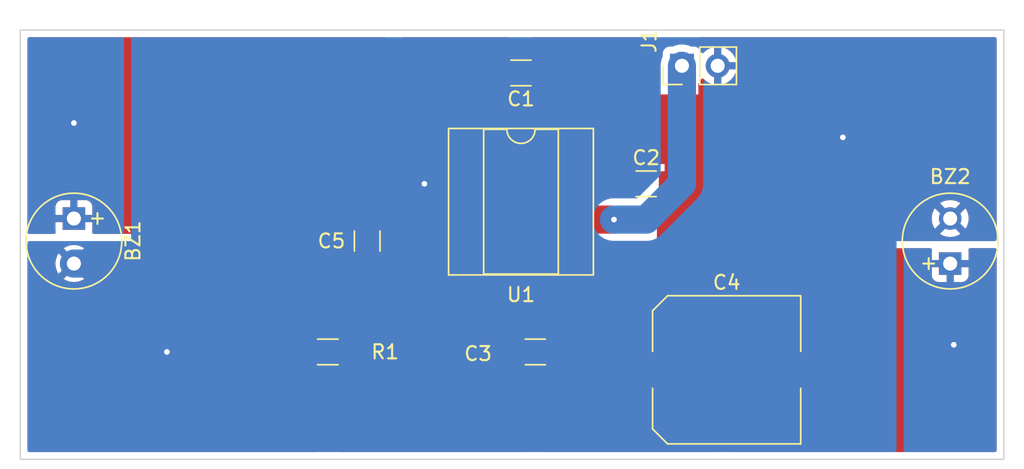
<source format=kicad_pcb>
(kicad_pcb (version 20211014) (generator pcbnew)
  (layers (0 "F.Cu" signal) (31 "B.Cu" signal) (34 "B.Paste" user) (35 "F.Paste" user) (36 "B.SilkS" user "B.Silkscreen") (37 "F.SilkS" user "F.Silkscreen") (38 "B.Mask" user) (39 "F.Mask" user) (44 "Edge.Cuts" user))
  (net 0 "")
  (net 1 "Net-(BZ1-Pad1)")
  (net 2 "GND")
  (net 3 "Net-(BZ2-Pad1)")
  (net 4 "Net-(C2-Pad1)")
  (net 5 "Net-(C3-Pad1)")
  (net 6 "Net-(C3-Pad2)")
  (net 7 "+5V")
  (net 8 "Net-(C1-Pad1)")
  (net 9 "Net-(C1-Pad2)")
  (footprint "Capacitor_SMD:C_1206_3216Metric_Pad1.33x1.80mm_HandSolder" (layer "F.Cu") (at 137.16 53.848 180)
    (fp_text reference "C1" (at 0 -1.85 180) (layer "F.SilkS"))
    (fp_text value "10uF")
    (fp_line (start -0.711252 -0.91) (end 0.711252 -0.91) (layer "F.SilkS") (width 0.12))
    (fp_line (start -0.711252 0.91) (end 0.711252 0.91) (layer "F.SilkS") (width 0.12))
    (pad "1" smd roundrect (at -1.5625 0 180) (size 1.325 1.8) (layers "F.Cu" "F.Paste" "F.Mask") (roundrect_rratio 0.188679) (net 8 "Net-(C1-Pad1)"))
    (pad "2" smd roundrect (at 1.5625 0 180) (size 1.325 1.8) (layers "F.Cu" "F.Paste" "F.Mask") (roundrect_rratio 0.188679) (net 9 "Net-(C1-Pad2)"))
  )
  (footprint "Connector_PinHeader_2.54mm:PinHeader_1x02_P2.54mm_Vertical" (layer "F.Cu") (at 148.59 53.34 90)
    (fp_text reference "J1" (at 1.778 -2.33 90) (layer "F.SilkS"))
    (fp_text value "Conn_01x02")
    (fp_line (start -1.33 0) (end -1.33 -1.33) (layer "F.SilkS") (width 0.12))
    (fp_line (start -1.33 1.27) (end 1.33 1.27) (layer "F.SilkS") (width 0.12))
    (fp_line (start -1.33 1.27) (end -1.33 3.87) (layer "F.SilkS") (width 0.12))
    (fp_line (start -1.33 -1.33) (end 0 -1.33) (layer "F.SilkS") (width 0.12))
    (fp_line (start 1.33 1.27) (end 1.33 3.87) (layer "F.SilkS") (width 0.12))
    (fp_line (start -1.33 3.87) (end 1.33 3.87) (layer "F.SilkS") (width 0.12))
    (pad "1" thru_hole rect (at 0 0 90) (size 1.7 1.7) (drill 1) (layers *.Cu *.Mask) (net 7 "+5V"))
    (pad "2" thru_hole oval (at 0 2.54 90) (size 1.7 1.7) (drill 1) (layers *.Cu *.Mask) (net 2 "GND"))
  )
  (footprint "Capacitor_SMD:C_1206_3216Metric_Pad1.33x1.80mm_HandSolder" (layer "F.Cu") (at 146.05 61.722)
    (fp_text reference "C2" (at 0 -1.85) (layer "F.SilkS"))
    (fp_text value "10uF")
    (fp_line (start -0.711252 -0.91) (end 0.711252 -0.91) (layer "F.SilkS") (width 0.12))
    (fp_line (start -0.711252 0.91) (end 0.711252 0.91) (layer "F.SilkS") (width 0.12))
    (pad "1" smd roundrect (at -1.5625 0) (size 1.325 1.8) (layers "F.Cu" "F.Paste" "F.Mask") (roundrect_rratio 0.188679) (net 4 "Net-(C2-Pad1)"))
    (pad "2" smd roundrect (at 1.5625 0) (size 1.325 1.8) (layers "F.Cu" "F.Paste" "F.Mask") (roundrect_rratio 0.188679) (net 2 "GND"))
  )
  (footprint "Package_DIP:DIP-8_W7.62mm_SMDSocket_SmallPads" (layer "F.Cu") (at 137.16 62.992)
    (fp_text reference "U1" (at 0 6.604) (layer "F.SilkS"))
    (fp_text value "LM386")
    (fp_line (start 2.65 -5.14) (end 1 -5.14) (layer "F.SilkS") (width 0.12))
    (fp_line (start -1 -5.14) (end -2.65 -5.14) (layer "F.SilkS") (width 0.12))
    (fp_line (start 5.14 -5.2) (end -5.14 -5.2) (layer "F.SilkS") (width 0.12))
    (fp_line (start -2.65 -5.14) (end -2.65 5.14) (layer "F.SilkS") (width 0.12))
    (fp_line (start -2.65 5.14) (end 2.65 5.14) (layer "F.SilkS") (width 0.12))
    (fp_line (start -5.14 5.2) (end 5.14 5.2) (layer "F.SilkS") (width 0.12))
    (fp_line (start 2.65 5.14) (end 2.65 -5.14) (layer "F.SilkS") (width 0.12))
    (fp_line (start 5.14 5.2) (end 5.14 -5.2) (layer "F.SilkS") (width 0.12))
    (fp_line (start -5.14 -5.2) (end -5.14 5.2) (layer "F.SilkS") (width 0.12))
    (fp_arc (start 1 -5.14) (mid 0 -4.14) (end -1 -5.14) (layer "F.SilkS") (width 0.12))
    (pad "1" smd rect (at -3.81 -3.81) (size 1.6 1.6) (layers "F.Cu" "F.Paste" "F.Mask") (net 9 "Net-(C1-Pad2)"))
    (pad "2" smd rect (at -3.81 -1.27) (size 1.6 1.6) (layers "F.Cu" "F.Paste" "F.Mask") (net 2 "GND"))
    (pad "3" smd rect (at -3.81 1.27) (size 1.6 1.6) (layers "F.Cu" "F.Paste" "F.Mask") (net 1 "Net-(BZ1-Pad1)"))
    (pad "4" smd rect (at -3.81 3.81) (size 1.6 1.6) (layers "F.Cu" "F.Paste" "F.Mask") (net 2 "GND"))
    (pad "5" smd rect (at 3.81 3.81) (size 1.6 1.6) (layers "F.Cu" "F.Paste" "F.Mask") (net 6 "Net-(C3-Pad2)"))
    (pad "6" smd rect (at 3.81 1.27) (size 1.6 1.6) (layers "F.Cu" "F.Paste" "F.Mask") (net 7 "+5V"))
    (pad "7" smd rect (at 3.81 -1.27) (size 1.6 1.6) (layers "F.Cu" "F.Paste" "F.Mask") (net 4 "Net-(C2-Pad1)"))
    (pad "8" smd rect (at 3.81 -3.81) (size 1.6 1.6) (layers "F.Cu" "F.Paste" "F.Mask") (net 8 "Net-(C1-Pad1)"))
  )
  (footprint "Resistor_SMD:R_1206_3216Metric_Pad1.30x1.75mm_HandSolder" (layer "F.Cu") (at 123.444 73.66 180)
    (fp_text reference "R1" (at -4.064 0) (layer "F.SilkS"))
    (fp_text value "10R")
    (fp_line (start -0.727064 -0.91) (end 0.727064 -0.91) (layer "F.SilkS") (width 0.12))
    (fp_line (start -0.727064 0.91) (end 0.727064 0.91) (layer "F.SilkS") (width 0.12))
    (pad "1" smd roundrect (at -1.55 0 180) (size 1.3 1.75) (layers "F.Cu" "F.Paste" "F.Mask") (roundrect_rratio 0.192308) (net 5 "Net-(C3-Pad1)"))
    (pad "2" smd roundrect (at 1.55 0 180) (size 1.3 1.75) (layers "F.Cu" "F.Paste" "F.Mask") (roundrect_rratio 0.192308) (net 2 "GND"))
  )
  (footprint "Buzzer_Beeper:MagneticBuzzer_Kingstate_KCG0601" (layer "F.Cu") (at 167.64 67.386 90)
    (fp_text reference "BZ2" (at 6.172 0 180) (layer "F.SilkS"))
    (fp_text value "Buzzer")
    (fp_text user "+" (at 0 -1.6 90) (layer "F.SilkS"))
    (fp_circle (center 1.6 0) (end 5 0) (layer "F.SilkS") (width 0.12) (fill none))
    (pad "1" thru_hole rect (at 0 0 90) (size 1.6 1.6) (drill 1) (layers *.Cu *.Mask) (net 3 "Net-(BZ2-Pad1)"))
    (pad "2" thru_hole circle (at 3.2 0 90) (size 1.6 1.6) (drill 1) (layers *.Cu *.Mask) (net 2 "GND"))
  )
  (footprint "Capacitor_SMD:C_1206_3216Metric_Pad1.33x1.80mm_HandSolder" (layer "F.Cu") (at 126.238 65.786 90)
    (fp_text reference "C5" (at 0 -2.54) (layer "F.SilkS"))
    (fp_text value "1nF")
    (fp_line (start -0.711252 -0.91) (end 0.711252 -0.91) (layer "F.SilkS") (width 0.12))
    (fp_line (start -0.711252 0.91) (end 0.711252 0.91) (layer "F.SilkS") (width 0.12))
    (pad "1" smd roundrect (at -1.5625 0 90) (size 1.325 1.8) (layers "F.Cu" "F.Paste" "F.Mask") (roundrect_rratio 0.188679) (net 2 "GND"))
    (pad "2" smd roundrect (at 1.5625 0 90) (size 1.325 1.8) (layers "F.Cu" "F.Paste" "F.Mask") (roundrect_rratio 0.188679) (net 1 "Net-(BZ1-Pad1)"))
  )
  (footprint "Capacitor_SMD:C_Elec_10x10.2" (layer "F.Cu") (at 151.765 74.93)
    (fp_text reference "C4" (at 0 -6.2) (layer "F.SilkS"))
    (fp_text value "220uF")
    (fp_line (start -5.26 4.195563) (end -5.26 1.31) (layer "F.SilkS") (width 0.12))
    (fp_line (start 5.26 5.26) (end 5.26 1.31) (layer "F.SilkS") (width 0.12))
    (fp_line (start -4.195563 -5.26) (end 5.26 -5.26) (layer "F.SilkS") (width 0.12))
    (fp_line (start -5.26 4.195563) (end -4.195563 5.26) (layer "F.SilkS") (width 0.12))
    (fp_line (start 5.26 -5.26) (end 5.26 -1.31) (layer "F.SilkS") (width 0.12))
    (fp_line (start -5.26 -4.195563) (end -4.195563 -5.26) (layer "F.SilkS") (width 0.12))
    (fp_line (start -4.195563 5.26) (end 5.26 5.26) (layer "F.SilkS") (width 0.12))
    (fp_line (start -5.26 -4.195563) (end -5.26 -1.31) (layer "F.SilkS") (width 0.12))
    (pad "1" smd roundrect (at -4.4 0) (size 4.6 2.1) (layers "F.Cu" "F.Paste" "F.Mask") (roundrect_rratio 0.119048) (net 6 "Net-(C3-Pad2)"))
    (pad "2" smd roundrect (at 4.4 0) (size 4.6 2.1) (layers "F.Cu" "F.Paste" "F.Mask") (roundrect_rratio 0.119048) (net 3 "Net-(BZ2-Pad1)"))
  )
  (footprint "Capacitor_SMD:C_1206_3216Metric_Pad1.33x1.80mm_HandSolder" (layer "F.Cu") (at 138.176 73.66)
    (fp_text reference "C3" (at -4.064 0.127) (layer "F.SilkS"))
    (fp_text value "47nF")
    (fp_line (start -0.711252 -0.91) (end 0.711252 -0.91) (layer "F.SilkS") (width 0.12))
    (fp_line (start -0.711252 0.91) (end 0.711252 0.91) (layer "F.SilkS") (width 0.12))
    (pad "1" smd roundrect (at -1.5625 0) (size 1.325 1.8) (layers "F.Cu" "F.Paste" "F.Mask") (roundrect_rratio 0.188679) (net 5 "Net-(C3-Pad1)"))
    (pad "2" smd roundrect (at 1.5625 0) (size 1.325 1.8) (layers "F.Cu" "F.Paste" "F.Mask") (roundrect_rratio 0.188679) (net 6 "Net-(C3-Pad2)"))
  )
  (footprint "Buzzer_Beeper:MagneticBuzzer_Kingstate_KCG0601" (layer "F.Cu") (at 105.41 64.186 -90)
    (fp_text reference "BZ1" (at 1.6 -4.2 90) (layer "F.SilkS"))
    (fp_text value "Buzzer")
    (fp_text user "+" (at 0 -1.6 90) (layer "F.SilkS"))
    (fp_circle (center 1.6 0) (end 5 0) (layer "F.SilkS") (width 0.12) (fill none))
    (pad "1" thru_hole rect (at 0 0 270) (size 1.6 1.6) (drill 1) (layers *.Cu *.Mask) (net 1 "Net-(BZ1-Pad1)"))
    (pad "2" thru_hole circle (at 3.2 0 270) (size 1.6 1.6) (drill 1) (layers *.Cu *.Mask) (net 2 "GND"))
  )
  (gr_line (start 101.6 50.8) (end 171.45 50.8) (layer "Edge.Cuts") (width 0.1))
  (gr_line (start 171.45 50.8) (end 171.45 81.28) (layer "Edge.Cuts") (width 0.1))
  (gr_line (start 171.45 81.28) (end 101.6 81.28) (layer "Edge.Cuts") (width 0.1))
  (gr_line (start 101.6 81.28) (end 101.6 50.8) (layer "Edge.Cuts") (width 0.1))
  (segment (start 126.238 64.2235) (end 126.2765 64.262) (width 2) (layer "F.Cu") (net 1))
  (segment (start 126.2765 64.262) (end 133.35 64.262) (width 2) (layer "F.Cu") (net 1))
  (via (at 105.41 57.404) (size 0.8) (drill 0.4) (layers "F.Cu" "B.Cu") (net 1))
  (segment (start 133.35 66.802) (end 126.7845 66.802) (width 2) (layer "F.Cu") (net 2))
  (segment (start 133.35 61.722) (end 130.302 61.722) (width 2) (layer "F.Cu") (net 2))
  (segment (start 126.7845 66.802) (end 126.238 67.3485) (width 2) (layer "F.Cu") (net 2))
  (via (at 130.302 61.722) (size 0.8) (drill 0.4) (layers "F.Cu" "B.Cu") (net 2))
  (via (at 160.02 58.42) (size 0.8) (drill 0.4) (layers "F.Cu" "B.Cu") (net 2))
  (via (at 112.014 73.66) (size 0.8) (drill 0.4) (layers "F.Cu" "B.Cu") (net 2))
  (segment (start 124.206 61.722) (end 130.302 61.722) (width 2) (layer "B.Cu") (net 2))
  (segment (start 118.542 67.386) (end 124.206 61.722) (width 2) (layer "B.Cu") (net 2))
  (segment (start 105.41 67.386) (end 118.542 67.386) (width 2) (layer "B.Cu") (net 2))
  (via (at 167.894 73.152) (size 0.8) (drill 0.4) (layers "F.Cu" "B.Cu") (net 3))
  (segment (start 144.018 61.722) (end 140.965 61.722) (width 2) (layer "F.Cu") (net 4))
  (segment (start 140.97 66.802) (end 143.764 66.802) (width 2) (layer "F.Cu") (net 6))
  (segment (start 140.97 64.262) (end 143.764 64.262) (width 2) (layer "F.Cu") (net 7))
  (via (at 143.764 64.262) (size 0.8) (drill 0.4) (layers "F.Cu" "B.Cu") (net 7))
  (segment (start 146.05 64.262) (end 148.59 61.722) (width 2) (layer "B.Cu") (net 7))
  (segment (start 148.59 61.722) (end 148.59 53.34) (width 2) (layer "B.Cu") (net 7))
  (segment (start 143.764 64.262) (end 146.05 64.262) (width 2) (layer "B.Cu") (net 7))
  (segment (start 140.97 59.182) (end 144.018 59.182) (width 2) (layer "F.Cu") (net 8))
  (segment (start 133.35 59.182) (end 130.048 59.182) (width 2) (layer "F.Cu") (net 9))
  (segment (start 130.048 59.182) (end 130.048 53.848) (width 2) (layer "F.Cu") (net 9))
  (segment (start 130.048 53.848) (end 135.5975 53.848) (width 2) (layer "F.Cu") (net 9))
  (zone (net 3) (net_name "Net-(BZ2-Pad1)") (layer "F.Cu") (connect_pads (clearance 0.508)) (min_thickness 0.254) (fill yes (thermal_gap 0.508) (thermal_bridge_width 0.508))
    (polygon (pts (xy 171.45 81.28) (xy 152.146 81.28) (xy 152.146 66.294) (xy 171.45 66.294)))
  )
  (zone (net 2) (net_name "GND") (layer "F.Cu") (connect_pads (clearance 0.508)) (min_thickness 0.254) (fill yes (thermal_gap 0.508) (thermal_bridge_width 0.508))
    (polygon (pts (xy 135.89 70.612) (xy 122.682 70.612) (xy 122.682 81.28) (xy 101.6 81.28) (xy 101.727 65.913) (xy 135.89 65.786)))
  )
  (zone (net 9) (net_name "Net-(C1-Pad2)") (layer "F.Cu") (connect_pads (clearance 0.508)) (min_thickness 0.254) (fill yes (thermal_gap 0.508) (thermal_bridge_width 0.508))
    (polygon (pts (xy 136.398 60.198) (xy 128.651 60.198) (xy 128.651 51.054) (xy 136.398 51.054)))
  )
  (zone (net 6) (net_name "Net-(C3-Pad2)") (layer "F.Cu") (connect_pads (clearance 0.508)) (min_thickness 0.254) (fill yes (thermal_gap 0.508) (thermal_bridge_width 0.508))
    (polygon (pts (xy 151.257 81.28) (xy 138.684 81.28) (xy 138.684 72.136) (xy 138.684 65.786) (xy 144.78 65.786) (xy 144.78 66.802) (xy 151.257 66.802)))
  )
  (zone (net 5) (net_name "Net-(C3-Pad1)") (layer "F.Cu") (connect_pads (clearance 0.508)) (min_thickness 0.254) (fill yes (thermal_gap 0.508) (thermal_bridge_width 0.508))
    (polygon (pts (xy 137.414 81.28) (xy 124.206 81.28) (xy 124.206 71.374) (xy 137.414 71.374)))
  )
  (zone (net 2) (net_name "GND") (layer "F.Cu") (connect_pads (clearance 0.508)) (min_thickness 0.254) (fill yes (thermal_gap 0.508) (thermal_bridge_width 0.508))
    (polygon (pts (xy 171.45 65.786) (xy 146.812 65.786) (xy 146.812 55.372) (xy 149.759969 55.372) (xy 149.696469 50.845879) (xy 171.45 50.8)))
  )
  (zone (net 1) (net_name "Net-(BZ1-Pad1)") (layer "F.Cu") (connect_pads (clearance 0.508)) (min_thickness 0.254) (fill yes (thermal_gap 0.508) (thermal_bridge_width 0.508))
    (polygon (pts (xy 127.635 65.278) (xy 101.6 65.278) (xy 101.6 50.8) (xy 127.635 50.8)))
  )
  (zone (net 8) (net_name "Net-(C1-Pad1)") (layer "F.Cu") (connect_pads (clearance 0.508)) (min_thickness 0.254) (fill yes (thermal_gap 0.508) (thermal_bridge_width 0.508))
    (polygon (pts (xy 145.923 60.198) (xy 137.922 60.198) (xy 137.922 51.054) (xy 145.923 51.054)))
  )
  (zone (net 1) (net_name "Net-(BZ1-Pad1)") (layer "B.Cu") (connect_pads (clearance 0.508)) (min_thickness 0.254) (fill yes (thermal_gap 0.508) (thermal_bridge_width 0.508))
    (polygon (pts (xy 108.966 65.278) (xy 101.6 65.278) (xy 101.6 50.8) (xy 108.966 50.8)))
  )
  (zone (net 2) (net_name "GND") (layer "B.Cu") (connect_pads (clearance 0.508)) (min_thickness 0.254) (fill yes (thermal_gap 0.508) (thermal_bridge_width 0.508))
    (polygon (pts (xy 171.45 65.786) (xy 163.83 65.786) (xy 163.83 81.28) (xy 101.346 81.28) (xy 101.6 65.786) (xy 109.474 65.786) (xy 109.474 50.8) (xy 171.45 50.8)))
  )
  (zone (net 3) (net_name "Net-(BZ2-Pad1)") (layer "B.Cu") (connect_pads (clearance 0.508)) (min_thickness 0.254) (fill yes (thermal_gap 0.508) (thermal_bridge_width 0.508))
    (polygon (pts (xy 171.45 81.026) (xy 164.338 81.026) (xy 164.338 66.294) (xy 171.45 66.294)))
  )
)
</source>
